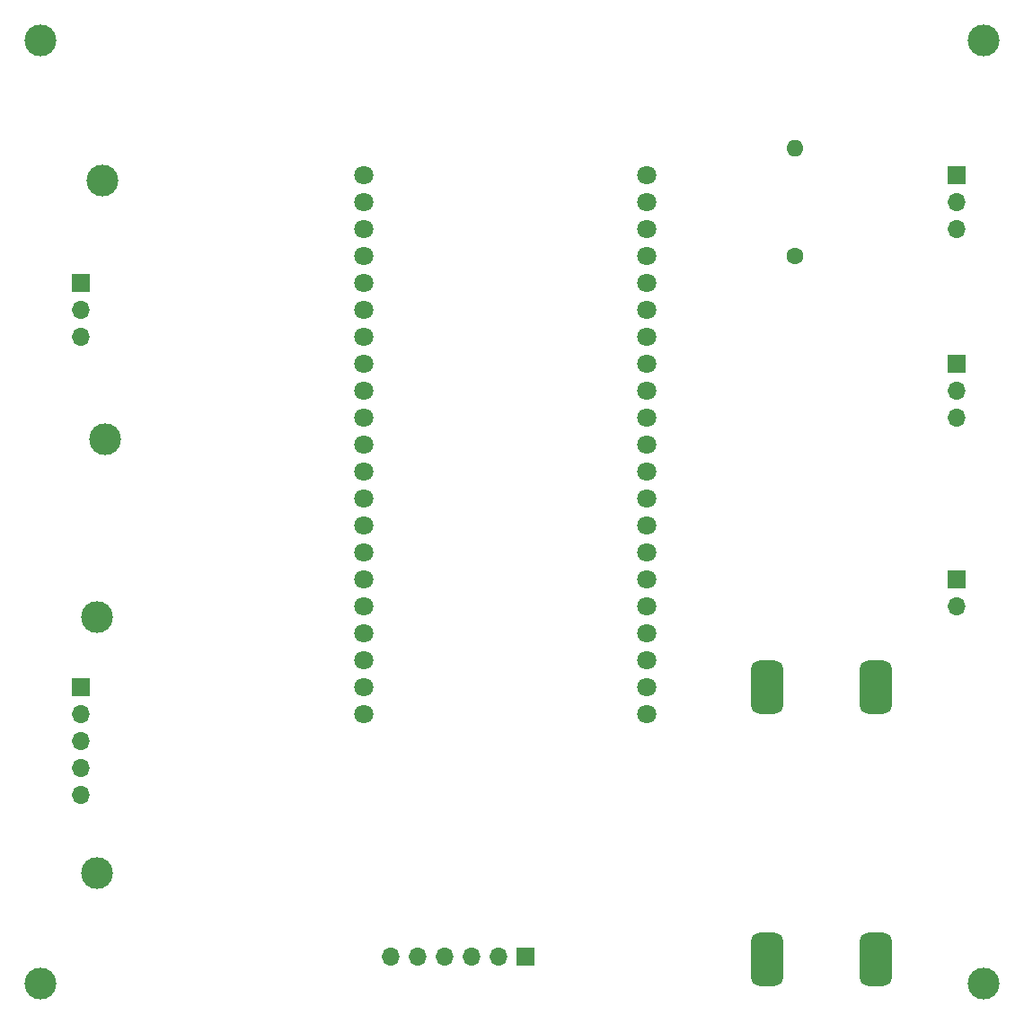
<source format=gbr>
%TF.GenerationSoftware,KiCad,Pcbnew,(7.0.0)*%
%TF.CreationDate,2023-02-28T15:26:02+00:00*%
%TF.ProjectId,Board V1.0,426f6172-6420-4563-912e-302e6b696361,rev?*%
%TF.SameCoordinates,Original*%
%TF.FileFunction,Soldermask,Bot*%
%TF.FilePolarity,Negative*%
%FSLAX46Y46*%
G04 Gerber Fmt 4.6, Leading zero omitted, Abs format (unit mm)*
G04 Created by KiCad (PCBNEW (7.0.0)) date 2023-02-28 15:26:02*
%MOMM*%
%LPD*%
G01*
G04 APERTURE LIST*
G04 Aperture macros list*
%AMRoundRect*
0 Rectangle with rounded corners*
0 $1 Rounding radius*
0 $2 $3 $4 $5 $6 $7 $8 $9 X,Y pos of 4 corners*
0 Add a 4 corners polygon primitive as box body*
4,1,4,$2,$3,$4,$5,$6,$7,$8,$9,$2,$3,0*
0 Add four circle primitives for the rounded corners*
1,1,$1+$1,$2,$3*
1,1,$1+$1,$4,$5*
1,1,$1+$1,$6,$7*
1,1,$1+$1,$8,$9*
0 Add four rect primitives between the rounded corners*
20,1,$1+$1,$2,$3,$4,$5,0*
20,1,$1+$1,$4,$5,$6,$7,0*
20,1,$1+$1,$6,$7,$8,$9,0*
20,1,$1+$1,$8,$9,$2,$3,0*%
G04 Aperture macros list end*
%ADD10C,1.800000*%
%ADD11C,3.000000*%
%ADD12O,1.700000X1.700000*%
%ADD13R,1.700000X1.700000*%
%ADD14RoundRect,0.750000X-0.750000X1.750000X-0.750000X-1.750000X0.750000X-1.750000X0.750000X1.750000X0*%
%ADD15C,1.600000*%
%ADD16O,1.600000X1.600000*%
G04 APERTURE END LIST*
D10*
%TO.C,U1*%
X134620000Y-73660000D03*
X134620000Y-76200000D03*
X134620000Y-78740000D03*
X134620000Y-81280000D03*
X134620000Y-83820000D03*
X134620000Y-86360000D03*
X134620000Y-88900000D03*
X134620000Y-91440000D03*
X134620000Y-93980000D03*
X134620000Y-96520000D03*
X134620000Y-99060000D03*
X134620000Y-101600000D03*
X134620000Y-104140000D03*
X134620000Y-106680000D03*
X134620000Y-109220000D03*
X134620000Y-111760000D03*
X134620000Y-114300000D03*
X134620000Y-116840000D03*
X134620000Y-119380000D03*
X134620000Y-121920000D03*
X134620000Y-124460000D03*
X161290000Y-73660000D03*
X161290000Y-76200000D03*
X161290000Y-78740000D03*
X161290000Y-81280000D03*
X161290000Y-83820000D03*
X161290000Y-86360000D03*
X161290000Y-88900000D03*
X161290000Y-91440000D03*
X161290000Y-93980000D03*
X161290000Y-96520000D03*
X161290000Y-99060000D03*
X161290000Y-101600000D03*
X161290000Y-104140000D03*
X161290000Y-106680000D03*
X161290000Y-109220000D03*
X161290000Y-111760000D03*
X161290000Y-114300000D03*
X161290000Y-116840000D03*
X161290000Y-119380000D03*
X161290000Y-121920000D03*
X161290000Y-124460000D03*
%TD*%
D11*
%TO.C,H8*%
X109474000Y-139446000D03*
%TD*%
%TO.C,H7*%
X109474000Y-115316000D03*
%TD*%
%TO.C,H6*%
X110236000Y-98552000D03*
%TD*%
%TO.C,H5*%
X109982000Y-74168000D03*
%TD*%
%TO.C,H4*%
X193040000Y-149860000D03*
%TD*%
%TO.C,H3*%
X104140000Y-149860000D03*
%TD*%
%TO.C,H2*%
X193040000Y-60960000D03*
%TD*%
%TO.C,H1*%
X104140000Y-60960000D03*
%TD*%
D12*
%TO.C,J6*%
X190499999Y-114299999D03*
D13*
X190499999Y-111759999D03*
%TD*%
%TO.C,J5*%
X190499999Y-91439999D03*
D12*
X190499999Y-93979999D03*
X190499999Y-96519999D03*
%TD*%
D13*
%TO.C,J4*%
X190499999Y-73659999D03*
D12*
X190499999Y-76199999D03*
X190499999Y-78739999D03*
%TD*%
D13*
%TO.C,J2*%
X107949999Y-83819999D03*
D12*
X107949999Y-86359999D03*
X107949999Y-88899999D03*
%TD*%
D13*
%TO.C,J3*%
X107949999Y-121919999D03*
D12*
X107949999Y-124459999D03*
X107949999Y-126999999D03*
X107949999Y-129539999D03*
X107949999Y-132079999D03*
%TD*%
D13*
%TO.C,J1*%
X149859999Y-147319999D03*
D12*
X147319999Y-147319999D03*
X144779999Y-147319999D03*
X142239999Y-147319999D03*
X139699999Y-147319999D03*
X137159999Y-147319999D03*
%TD*%
D14*
%TO.C,MT3608 Module*%
X182880000Y-147520000D03*
X172680000Y-147520000D03*
X182880000Y-121920000D03*
X172680000Y-121920000D03*
%TD*%
D15*
%TO.C,R1*%
X175260000Y-81280000D03*
D16*
X175259999Y-71119999D03*
%TD*%
M02*

</source>
